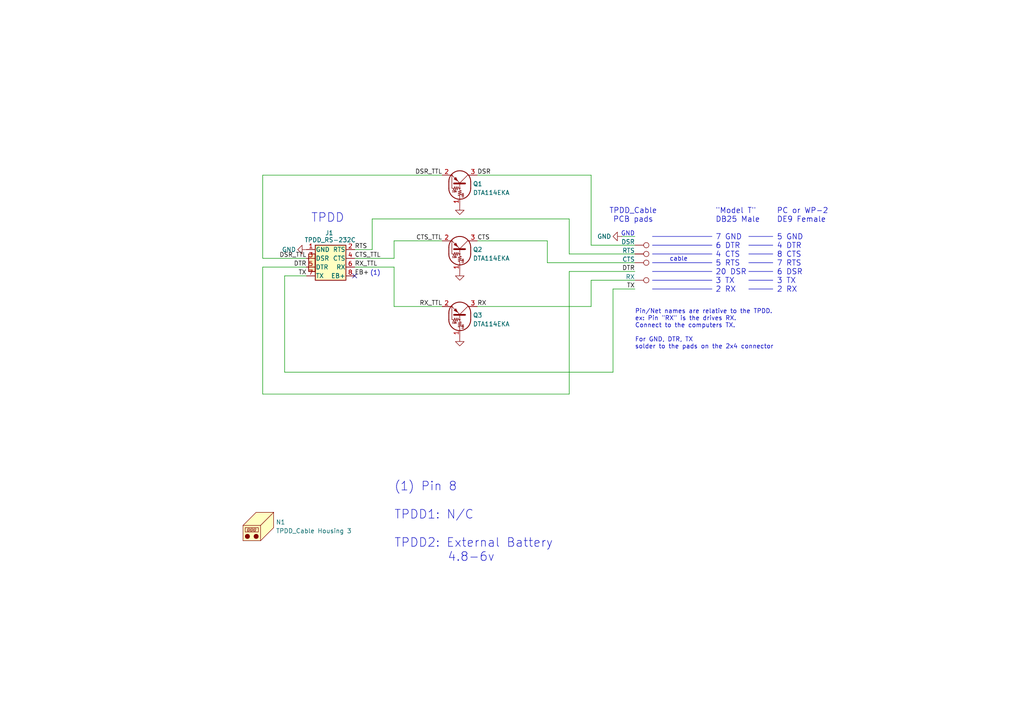
<source format=kicad_sch>
(kicad_sch (version 20231120) (generator "eeschema") (generator_version "8.0")
  (paper "A4")
  (lib_symbols
    (symbol "000_LOCAL:GND" (power) (pin_names (offset 0))
      (property "Value" "GND" (at 0 -3.81 0))
      (symbol "GND_0_1"
        (polyline (pts (xy 0 0) (xy 0 -1.27) (xy 1.27 -1.27) (xy 0 -2.54) (xy -1.27 -1.27) (xy 0 -1.27)))
      )
      (symbol "GND_1_1"
        (pin power_in line (at 0 0 270) (length 0) hide (name "GND") (number "1"))
      )
    )
    (symbol "000_LOCAL:Housing" (pin_names (offset 1.016)) (exclude_from_sim yes)
      (property "Reference" "N" (at 3.81 0 0))
      (property "Value" "Housing" (at 3.81 -1.905 0))
      (symbol "Housing_0_1"
        (rectangle (start -5.08 -0.635) (end -1.27 -1.905))
        (circle (center -4.445 -3.175) (radius 0.635) (fill (type outline)))
        (circle (center -1.905 -3.175) (radius 0.635) (fill (type outline)))
        (polyline (pts (xy -4.5212 -1.5748) (xy -4.4704 -1.3716)))
        (polyline (pts (xy -4.4196 -1.6764) (xy -4.064 -1.6764)))
        (polyline (pts (xy -4.4196 -1.2192) (xy -4.3688 -0.9652)))
        (polyline (pts (xy -4.318 -1.3208) (xy -4.0132 -1.3208)))
        (polyline (pts (xy -4.2164 -0.9144) (xy -3.9116 -0.9144)))
        (polyline (pts (xy -3.9116 -1.6256) (xy -3.8608 -1.3716)))
        (polyline (pts (xy -3.81 -1.2192) (xy -3.7592 -0.9652)))
        (polyline (pts (xy -3.6068 -1.5748) (xy -3.556 -1.3716)))
        (polyline (pts (xy -3.5052 -1.6764) (xy -3.1496 -1.6764)))
        (polyline (pts (xy -3.5052 -1.2192) (xy -3.4544 -0.9652)))
        (polyline (pts (xy -3.4036 -1.3208) (xy -3.0988 -1.3208)))
        (polyline (pts (xy -3.302 -0.9144) (xy -2.9972 -0.9144)))
        (polyline (pts (xy -2.9972 -1.6256) (xy -2.9464 -1.3716)))
        (polyline (pts (xy -2.8956 -1.2192) (xy -2.8448 -0.9652)))
        (polyline (pts (xy -2.6924 -1.5748) (xy -2.6416 -1.3716)))
        (polyline (pts (xy -2.5908 -1.6764) (xy -2.2352 -1.6764)))
        (polyline (pts (xy -2.5908 -1.2192) (xy -2.54 -0.9652)))
        (polyline (pts (xy -2.4892 -1.3208) (xy -2.1844 -1.3208)))
        (polyline (pts (xy -2.3876 -0.9144) (xy -2.0828 -0.9144)))
        (polyline (pts (xy -2.0828 -1.6256) (xy -2.032 -1.3716)))
        (polyline (pts (xy -1.9812 -1.2192) (xy -1.9304 -0.9652)))
        (polyline (pts (xy -0.635 0) (xy -0.635 -4.445)))
        (polyline (pts (xy -5.715 0) (xy -0.635 0) (xy 3.175 3.81)))
        (polyline (pts (xy -5.715 0) (xy -5.715 -4.445) (xy -0.635 -4.445) (xy 3.175 -0.635) (xy 3.175 3.81) (xy -1.905 3.81) (xy -5.715 0)) (fill (type background)))
      )
    )
    (symbol "000_LOCAL:TPDD_RS-232C" (pin_names (offset 0.127))
      (property "Reference" "J" (at 1.27 7.112 0))
      (property "Value" "TPDD_RS-232C" (at 1.27 5.08 0))
      (symbol "TPDD_RS-232C_0_1"
        (rectangle (start -5.715 1.27) (end -3.81 -3.81) (stroke (width 0.254)) (fill (type background)))
      )
      (symbol "TPDD_RS-232C_1_1"
        (rectangle (start -3.81 3.81) (end 5.08 -6.35) (stroke (width 0.254)) (fill (type background)))
        (pin passive line (at -6.35 2.54 0) (length 2.54) (name "GND") (number "1"))
        (pin passive line (at 7.62 2.54 180) (length 2.54) (name "RTS") (number "2"))
        (pin passive line (at -6.35 0 0) (length 2.54) (name "DSR") (number "3"))
        (pin passive line (at 7.62 0 180) (length 2.54) (name "CTS") (number "4"))
        (pin passive line (at -6.35 -2.54 0) (length 2.54) (name "DTR") (number "5"))
        (pin passive line (at 7.62 -2.54 180) (length 2.54) (name "RX") (number "6"))
        (pin passive line (at -6.35 -5.08 0) (length 2.54) (name "TX") (number "7"))
        (pin passive line (at 7.62 -5.08 180) (length 2.54) (name "EB+") (number "8"))
      )
    )
    (symbol "000_LOCAL:TestPoint" (pin_numbers hide) (pin_names (offset 0.762) hide)
      (property "Reference" "TP" (at 0 6.858 0))
      (property "Value" "TestPoint" (at 0 5.08 0))
      (symbol "TestPoint_0_1"
        (circle (center 0 3.302) (radius 0.762))
      )
      (symbol "TestPoint_1_1"
        (pin passive line (at 0 0 90) (length 2.54) (name "1") (number "1"))
      )
    )
    (symbol "000_LOCAL:Transistor_BJT_DTA114E" (pin_names (offset 0) hide)
      (property "Reference" "Q" (at 5.08 1.905 0))
      (property "Value" "Transistor_BJT_DTA114E" (at 5.08 0 0))
      (symbol "Transistor_BJT_DTA114E_0_0"
        (text "10k" (at -3.302 0.889 0) (effects (font (size 0.508 0.508))))
        (text "10k" (at -2.159 -1.524 900) (effects (font (size 0.508 0.508))))
      )
      (symbol "Transistor_BJT_DTA114E_0_1"
        (circle (center -1.27 0) (radius 0.127))
        (arc (start -1.27 3.175) (mid -4.445 0) (end -1.27 -3.175) (stroke (width 0.254)))
        (polyline (pts (xy -3.429 0) (xy -3.81 0)))
        (polyline (pts (xy -1.27 -3.175) (xy 0.635 -3.175)) (stroke (width 0.254)))
        (polyline (pts (xy -1.27 3.175) (xy 0.635 3.175)) (stroke (width 0.254)))
        (polyline (pts (xy 0 -0.254) (xy 2.54 2.286)))
        (polyline (pts (xy 0.127 1.524) (xy 0.127 -1.651)) (stroke (width 0.508)) (fill (type outline)))
        (polyline (pts (xy 2.54 2.286) (xy 2.54 2.54)))
        (polyline (pts (xy 2.54 -2.286) (xy 0 0.254) (xy 0 0.254)))
        (polyline (pts (xy 1.397 -1.651) (xy 1.905 -1.143) (xy 0.889 -0.635) (xy 1.397 -1.651)) (fill (type outline)))
        (polyline (pts (xy 0 0) (xy -1.905 0) (xy -2.032 0.508) (xy -2.286 -0.508) (xy -2.54 0.508) (xy -2.794 -0.508) (xy -3.048 0.508) (xy -3.302 -0.508) (xy -3.429 0)))
        (polyline (pts (xy -1.27 0) (xy -1.27 -0.381) (xy -0.762 -0.508) (xy -1.778 -0.762) (xy -0.762 -1.016) (xy -1.778 -1.27) (xy -0.762 -1.524) (xy -1.778 -1.778) (xy -1.27 -1.905) (xy -1.27 -2.286) (xy 2.54 -2.286)))
        (arc (start 0.635 -3.175) (mid 3.81 0) (end 0.635 3.175) (stroke (width 0.254)))
        (circle (center 2.54 -2.286) (radius 0.127))
      )
      (symbol "Transistor_BJT_DTA114E_1_1"
        (pin input line (at -6.35 0 0) (length 2.54) (name "B") (number "1"))
        (pin passive line (at 2.54 -5.08 90) (length 2.54) (name "E") (number "2"))
        (pin passive line (at 2.54 5.08 270) (length 2.54) (name "C") (number "3"))
      )
    )
    (symbol "Transistor_BJT_DTA114E_1" (pin_names (offset 0) hide)
      (property "Reference" "Q" (at 5.08 1.905 0))
      (property "Value" "Transistor_BJT_DTA114E" (at 5.08 0 0))
      (symbol "Transistor_BJT_DTA114E_1_0_0"
        (text "10k" (at -3.302 0.889 0) (effects (font (size 0.508 0.508))))
        (text "10k" (at -2.159 -1.524 900) (effects (font (size 0.508 0.508))))
      )
      (symbol "Transistor_BJT_DTA114E_1_0_1"
        (circle (center -1.27 0) (radius 0.127))
        (arc (start -1.27 3.175) (mid -4.445 0) (end -1.27 -3.175) (stroke (width 0.254)))
        (polyline (pts (xy -3.429 0) (xy -3.81 0)))
        (polyline (pts (xy -1.27 -3.175) (xy 0.635 -3.175)) (stroke (width 0.254)))
        (polyline (pts (xy -1.27 3.175) (xy 0.635 3.175)) (stroke (width 0.254)))
        (polyline (pts (xy 0 -0.254) (xy 2.54 2.286)))
        (polyline (pts (xy 0.127 1.524) (xy 0.127 -1.651)) (stroke (width 0.508)) (fill (type outline)))
        (polyline (pts (xy 2.54 2.286) (xy 2.54 2.54)))
        (polyline (pts (xy 2.54 -2.286) (xy 0 0.254) (xy 0 0.254)))
        (polyline (pts (xy 1.397 -1.651) (xy 1.905 -1.143) (xy 0.889 -0.635) (xy 1.397 -1.651)) (fill (type outline)))
        (polyline (pts (xy 0 0) (xy -1.905 0) (xy -2.032 0.508) (xy -2.286 -0.508) (xy -2.54 0.508) (xy -2.794 -0.508) (xy -3.048 0.508) (xy -3.302 -0.508) (xy -3.429 0)))
        (polyline (pts (xy -1.27 0) (xy -1.27 -0.381) (xy -0.762 -0.508) (xy -1.778 -0.762) (xy -0.762 -1.016) (xy -1.778 -1.27) (xy -0.762 -1.524) (xy -1.778 -1.778) (xy -1.27 -1.905) (xy -1.27 -2.286) (xy 2.54 -2.286)))
        (arc (start 0.635 -3.175) (mid 3.81 0) (end 0.635 3.175) (stroke (width 0.254)))
        (circle (center 2.54 -2.286) (radius 0.127))
      )
      (symbol "Transistor_BJT_DTA114E_1_1_1"
        (pin input line (at -6.35 0 0) (length 2.54) (name "B") (number "1"))
        (pin passive line (at 2.54 -5.08 90) (length 2.54) (name "E") (number "2"))
        (pin passive line (at 2.54 5.08 270) (length 2.54) (name "C") (number "3"))
      )
    )
    (symbol "Transistor_BJT_DTA114E_2" (pin_names (offset 0) hide)
      (property "Reference" "Q" (at 5.08 1.905 0))
      (property "Value" "Transistor_BJT_DTA114E" (at 5.08 0 0))
      (symbol "Transistor_BJT_DTA114E_2_0_0"
        (text "10k" (at -3.302 0.889 0) (effects (font (size 0.508 0.508))))
        (text "10k" (at -2.159 -1.524 900) (effects (font (size 0.508 0.508))))
      )
      (symbol "Transistor_BJT_DTA114E_2_0_1"
        (circle (center -1.27 0) (radius 0.127))
        (arc (start -1.27 3.175) (mid -4.445 0) (end -1.27 -3.175) (stroke (width 0.254)))
        (polyline (pts (xy -3.429 0) (xy -3.81 0)))
        (polyline (pts (xy -1.27 -3.175) (xy 0.635 -3.175)) (stroke (width 0.254)))
        (polyline (pts (xy -1.27 3.175) (xy 0.635 3.175)) (stroke (width 0.254)))
        (polyline (pts (xy 0 -0.254) (xy 2.54 2.286)))
        (polyline (pts (xy 0.127 1.524) (xy 0.127 -1.651)) (stroke (width 0.508)) (fill (type outline)))
        (polyline (pts (xy 2.54 2.286) (xy 2.54 2.54)))
        (polyline (pts (xy 2.54 -2.286) (xy 0 0.254) (xy 0 0.254)))
        (polyline (pts (xy 1.397 -1.651) (xy 1.905 -1.143) (xy 0.889 -0.635) (xy 1.397 -1.651)) (fill (type outline)))
        (polyline (pts (xy 0 0) (xy -1.905 0) (xy -2.032 0.508) (xy -2.286 -0.508) (xy -2.54 0.508) (xy -2.794 -0.508) (xy -3.048 0.508) (xy -3.302 -0.508) (xy -3.429 0)))
        (polyline (pts (xy -1.27 0) (xy -1.27 -0.381) (xy -0.762 -0.508) (xy -1.778 -0.762) (xy -0.762 -1.016) (xy -1.778 -1.27) (xy -0.762 -1.524) (xy -1.778 -1.778) (xy -1.27 -1.905) (xy -1.27 -2.286) (xy 2.54 -2.286)))
        (arc (start 0.635 -3.175) (mid 3.81 0) (end 0.635 3.175) (stroke (width 0.254)))
        (circle (center 2.54 -2.286) (radius 0.127))
      )
      (symbol "Transistor_BJT_DTA114E_2_1_1"
        (pin input line (at -6.35 0 0) (length 2.54) (name "B") (number "1"))
        (pin passive line (at 2.54 -5.08 90) (length 2.54) (name "E") (number "2"))
        (pin passive line (at 2.54 5.08 270) (length 2.54) (name "C") (number "3"))
      )
    )
  )
  (no_connect (at 102.87 80.01))
  (wire (pts (xy 158.75 76.2) (xy 158.75 69.85)))
  (wire (pts (xy 82.55 80.01) (xy 82.55 107.95)))
  (wire (pts (xy 114.3 88.9) (xy 128.27 88.9)))
  (wire (pts (xy 107.95 63.5) (xy 165.1 63.5)))
  (wire (pts (xy 165.1 73.66) (xy 184.15 73.66)))
  (polyline (pts (xy 217.17 83.82) (xy 224.155 83.82)))
  (wire (pts (xy 114.3 69.85) (xy 128.27 69.85)))
  (wire (pts (xy 138.43 88.9) (xy 171.45 88.9)))
  (wire (pts (xy 171.45 50.8) (xy 171.45 71.12)))
  (polyline (pts (xy 217.17 71.12) (xy 224.155 71.12)))
  (wire (pts (xy 82.55 107.95) (xy 177.8 107.95)))
  (polyline (pts (xy 189.23 83.82) (xy 206.502 83.82)))
  (polyline (pts (xy 189.23 78.74) (xy 206.502 78.74)))
  (wire (pts (xy 158.75 76.2) (xy 184.15 76.2)))
  (wire (pts (xy 177.8 83.82) (xy 184.15 83.82)))
  (wire (pts (xy 76.2 50.8) (xy 76.2 74.93)))
  (wire (pts (xy 114.3 77.47) (xy 114.3 88.9)))
  (wire (pts (xy 171.45 71.12) (xy 184.15 71.12)))
  (wire (pts (xy 138.43 50.8) (xy 171.45 50.8)))
  (wire (pts (xy 158.75 69.85) (xy 138.43 69.85)))
  (wire (pts (xy 107.95 72.39) (xy 107.95 63.5)))
  (wire (pts (xy 180.34 68.58) (xy 184.15 68.58)))
  (polyline (pts (xy 189.23 76.2) (xy 206.502 76.2)))
  (polyline (pts (xy 217.17 68.58) (xy 224.155 68.58)))
  (wire (pts (xy 165.1 63.5) (xy 165.1 73.66)))
  (polyline (pts (xy 217.17 78.74) (xy 224.155 78.74)))
  (wire (pts (xy 76.2 50.8) (xy 128.27 50.8)))
  (polyline (pts (xy 189.23 71.12) (xy 206.502 71.12)))
  (wire (pts (xy 76.2 114.3) (xy 165.1 114.3)))
  (wire (pts (xy 102.87 74.93) (xy 114.3 74.93)))
  (wire (pts (xy 114.3 74.93) (xy 114.3 69.85)))
  (wire (pts (xy 177.8 83.82) (xy 177.8 107.95)))
  (wire (pts (xy 76.2 114.3) (xy 76.2 77.47)))
  (polyline (pts (xy 189.23 68.58) (xy 206.502 68.58)))
  (wire (pts (xy 76.2 74.93) (xy 88.9 74.93)))
  (wire (pts (xy 171.45 81.28) (xy 171.45 88.9)))
  (wire (pts (xy 102.87 72.39) (xy 107.95 72.39)))
  (wire (pts (xy 171.45 81.28) (xy 184.15 81.28)))
  (wire (pts (xy 165.1 78.74) (xy 165.1 114.3)))
  (polyline (pts (xy 217.17 76.2) (xy 224.155 76.2)))
  (polyline (pts (xy 217.17 73.66) (xy 224.155 73.66)))
  (wire (pts (xy 102.87 77.47) (xy 114.3 77.47)))
  (wire (pts (xy 165.1 78.74) (xy 184.15 78.74)))
  (polyline (pts (xy 217.17 81.28) (xy 224.155 81.28)))
  (polyline (pts (xy 189.23 81.28) (xy 206.502 81.28)))
  (polyline (pts (xy 189.23 73.66) (xy 206.502 73.66)))
  (wire (pts (xy 76.2 77.47) (xy 88.9 77.47)))
  (wire (pts (xy 82.55 80.01) (xy 88.9 80.01)))
  (text "TPDD_Cable\nPCB pads" (at 183.642 62.484 0) (effects (font (size 1.5748 1.5748))))
  (text "PC or WP-2\nDE9 Female\n\n5 GND\n4 DTR\n8 CTS\n7 RTS\n6 DSR\n3 TX\n2 RX" (at 225.298 72.644 0) (effects (font (size 1.5748 1.5748)) (justify left)))
  (text "(1) Pin 8\n\nTPDD1: N/C\n\nTPDD2: External Battery\n        4.8-6v" (at 114.3 139.7 0) (effects (font (size 2.54 2.54)) (justify left top)))
  (text "GND" (at 184.15 68.58 0) (effects (font (size 1.27 1.27)) (justify right bottom)))
  (text "\"Model T\"\nDB25 Male\n\n7 GND\n6 DTR\n4 CTS\n5 RTS\n20 DSR\n3 TX\n2 RX" (at 207.518 72.644 0) (effects (font (size 1.5748 1.5748)) (justify left)))
  (text "(1)" (at 107.315 80.01 0) (effects (font (size 1.27 1.27)) (justify left bottom)))
  (text "cable" (at 196.85 75.184 0) (effects (font (size 1.27 1.27))))
  (text "Pin/Net names are relative to the TPDD.\nex: Pin \"RX\" is the drives RX.\nConnect to the computers TX.\n\nFor GND, DTR, TX\nsolder to the pads on the 2x4 connector\n" (at 184.15 89.662 0) (effects (font (size 1.27 1.27)) (justify left top)))
  (text "TPDD" (at 90.17 64.77 0) (effects (font (size 2.54 2.54)) (justify left bottom)))
  (label "TX" (at 88.9 80.01 180))
  (label "CTS_TTL" (at 102.87 74.93 0))
  (label "RX_TTL" (at 128.27 88.9 180))
  (label "RTS" (at 102.87 72.39 0))
  (label "CTS" (at 138.43 69.85 0))
  (label "DSR_TTL" (at 88.9 74.93 180))
  (label "DTR" (at 184.15 78.74 180))
  (label "DTR" (at 88.9 77.47 180))
  (label "CTS_TTL" (at 128.27 69.85 180))
  (label "EB+" (at 102.87 80.01 0))
  (label "DSR" (at 138.43 50.8 0))
  (label "RX" (at 138.43 88.9 0))
  (label "RX_TTL" (at 102.87 77.47 0))
  (label "TX" (at 184.15 83.82 180))
  (label "DSR_TTL" (at 128.27 50.8 180))
  (symbol (lib_id "000_LOCAL:GND") (at 133.35 59.69 0) (unit 1)
    (property "Reference" "#PWR02" (effects (hide yes)))
    (property "Value" "GND" (effects (hide yes)))
  )
  (symbol (lib_id "000_LOCAL:GND") (at 180.34 68.58 270) (unit 1)
    (property "Reference" "#PWR05" (effects (hide yes)))
    (property "Value" "GND" (at 177.292 68.58 90) (effects (justify right)))
  )
  (symbol (lib_name "Transistor_BJT_DTA114E_1") (lib_id "000_LOCAL:Transistor_BJT_DTA114E") (at 133.35 72.39 270) (mirror x) (unit 1)
    (property "Reference" "Q2" (at 137.16 72.39 90) (effects (justify left)))
    (property "Value" "DTA114EKA" (at 137.16 74.93 90) (effects (justify left)))
    (property "Footprint" "000_LOCAL:SC-59" (effects (hide yes)))
    (property "Datasheet" "datasheets/dta114ee3-e.pdf" (effects (hide yes)))
    (property "MPN" "DTA114EKA" (effects (hide yes)))
  )
  (symbol (lib_name "Transistor_BJT_DTA114E_2") (lib_id "000_LOCAL:Transistor_BJT_DTA114E") (at 133.35 53.34 270) (mirror x) (unit 1)
    (property "Reference" "Q1" (at 137.16 53.34 90) (effects (justify left)))
    (property "Value" "DTA114EKA" (at 137.16 55.88 90) (effects (justify left)))
    (property "Footprint" "000_LOCAL:SC-59" (effects (hide yes)))
    (property "Datasheet" "datasheets/dta114ee3-e.pdf" (effects (hide yes)))
    (property "MPN" "DTA114EKA" (effects (hide yes)))
  )
  (symbol (lib_id "000_LOCAL:GND") (at 133.35 78.74 0) (unit 1)
    (property "Reference" "#PWR03" (effects (hide yes)))
    (property "Value" "GND" (effects (hide yes)))
  )
  (symbol (lib_id "000_LOCAL:GND") (at 88.9 72.39 270) (unit 1)
    (property "Reference" "#PWR01" (effects (hide yes)))
    (property "Value" "GND" (at 85.852 72.39 90) (effects (justify right)))
  )
  (symbol (lib_id "000_LOCAL:Transistor_BJT_DTA114E") (at 133.35 91.44 270) (mirror x) (unit 1)
    (property "Reference" "Q3" (at 137.16 91.44 90) (effects (justify left)))
    (property "Value" "DTA114EKA" (at 137.16 93.98 90) (effects (justify left)))
    (property "Footprint" "000_LOCAL:SC-59" (effects (hide yes)))
    (property "Datasheet" "datasheets/dta114ee3-e.pdf" (effects (hide yes)))
    (property "MPN" "DTA114EKA" (effects (hide yes)))
  )
  (symbol (lib_id "000_LOCAL:TestPoint") (at 184.15 81.28 270) (unit 1)
    (property "Reference" "P3" (effects (hide yes)))
    (property "Value" "RX" (at 184.15 81.026 90) (effects (justify right bottom)))
    (property "Footprint" "000_LOCAL:SMD_1.2x3" (effects (hide yes)))
    (property "Description" "test point" (effects (hide yes)))
  )
  (symbol (lib_id "000_LOCAL:TestPoint") (at 184.15 76.2 270) (unit 1)
    (property "Reference" "P5" (effects (hide yes)))
    (property "Value" "CTS" (at 184.15 75.946 90) (effects (justify right bottom)))
    (property "Footprint" "000_LOCAL:SMD_1.2x3" (effects (hide yes)))
    (property "Description" "test point" (effects (hide yes)))
  )
  (symbol (lib_id "000_LOCAL:TestPoint") (at 184.15 71.12 270) (unit 1)
    (property "Reference" "P6" (effects (hide yes)))
    (property "Value" "DSR" (at 184.15 70.866 90) (effects (justify right bottom)))
    (property "Footprint" "000_LOCAL:SMD_1.2x3" (effects (hide yes)))
    (property "Description" "test point" (effects (hide yes)))
  )
  (symbol (lib_id "000_LOCAL:TPDD_RS-232C") (at 95.25 74.93 0) (unit 1)
    (property "Reference" "J1" (at 95.504 67.564 0))
    (property "Value" "TPDD_RS-232C" (at 95.758 69.596 0))
    (property "Footprint" "000_LOCAL:2x4x2.54mm_edge_mount" (effects (hide yes)))
    (property "Description" "Generic connector, double row, 02x04, odd/even pin numbering scheme (row 1 odd numbers, row 2 even numbers), script generated (kicad-library-utils/schlib/autogen/connector/)" (effects (hide yes)))
  )
  (symbol (lib_id "000_LOCAL:Housing") (at 76.2 152.4 0) (unit 1) (exclude_from_sim yes)
    (property "Reference" "N1" (at 80.01 151.4474 0) (effects (justify left)))
    (property "Value" "TPDD_Cable Housing 3" (at 80.01 153.9874 0) (effects (justify left)))
    (property "Footprint" "000_LOCAL:TPDD_Cable_Housing_3" (effects (hide yes)))
    (property "Description" "Housing" (effects (hide yes)))
  )
  (symbol (lib_id "000_LOCAL:GND") (at 133.35 97.79 0) (unit 1)
    (property "Reference" "#PWR04" (effects (hide yes)))
    (property "Value" "GND" (effects (hide yes)))
  )
  (symbol (lib_id "000_LOCAL:TestPoint") (at 184.15 73.66 270) (unit 1)
    (property "Reference" "P4" (effects (hide yes)))
    (property "Value" "RTS" (at 184.15 73.406 90) (effects (justify right bottom)))
    (property "Footprint" "000_LOCAL:SMD_1.2x3" (effects (hide yes)))
    (property "Description" "test point" (effects (hide yes)))
  )
)
</source>
